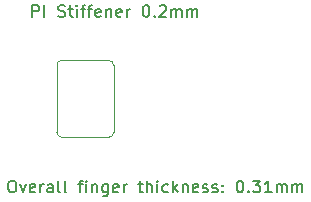
<source format=gbr>
%TF.GenerationSoftware,KiCad,Pcbnew,8.0.4*%
%TF.CreationDate,2024-07-27T12:21:03+02:00*%
%TF.ProjectId,PA3194G822_R04,50413331-3934-4473-9832-325f5230342e,4*%
%TF.SameCoordinates,Original*%
%TF.FileFunction,Other,User*%
%FSLAX46Y46*%
G04 Gerber Fmt 4.6, Leading zero omitted, Abs format (unit mm)*
G04 Created by KiCad (PCBNEW 8.0.4) date 2024-07-27 12:21:03*
%MOMM*%
%LPD*%
G01*
G04 APERTURE LIST*
%ADD10C,0.050000*%
%ADD11C,0.150000*%
G04 APERTURE END LIST*
D10*
X144600000Y-96750000D02*
X140600000Y-96750000D01*
X145000000Y-102850000D02*
G75*
G02*
X144600000Y-103250000I-399993J-7D01*
G01*
X145000000Y-97150000D02*
X145000000Y-102850000D01*
X140600000Y-103250000D02*
G75*
G02*
X140200014Y-102850000I7J399993D01*
G01*
X140200000Y-97150000D02*
G75*
G02*
X140600000Y-96750000I400007J-7D01*
G01*
X144600000Y-96750000D02*
G75*
G02*
X145000014Y-97150000I7J-400007D01*
G01*
X140600000Y-103250000D02*
X144600000Y-103250000D01*
X140200000Y-102850000D02*
X140200000Y-97150000D01*
D11*
X136327255Y-106919819D02*
X136517731Y-106919819D01*
X136517731Y-106919819D02*
X136612969Y-106967438D01*
X136612969Y-106967438D02*
X136708207Y-107062676D01*
X136708207Y-107062676D02*
X136755826Y-107253152D01*
X136755826Y-107253152D02*
X136755826Y-107586485D01*
X136755826Y-107586485D02*
X136708207Y-107776961D01*
X136708207Y-107776961D02*
X136612969Y-107872200D01*
X136612969Y-107872200D02*
X136517731Y-107919819D01*
X136517731Y-107919819D02*
X136327255Y-107919819D01*
X136327255Y-107919819D02*
X136232017Y-107872200D01*
X136232017Y-107872200D02*
X136136779Y-107776961D01*
X136136779Y-107776961D02*
X136089160Y-107586485D01*
X136089160Y-107586485D02*
X136089160Y-107253152D01*
X136089160Y-107253152D02*
X136136779Y-107062676D01*
X136136779Y-107062676D02*
X136232017Y-106967438D01*
X136232017Y-106967438D02*
X136327255Y-106919819D01*
X137089160Y-107253152D02*
X137327255Y-107919819D01*
X137327255Y-107919819D02*
X137565350Y-107253152D01*
X138327255Y-107872200D02*
X138232017Y-107919819D01*
X138232017Y-107919819D02*
X138041541Y-107919819D01*
X138041541Y-107919819D02*
X137946303Y-107872200D01*
X137946303Y-107872200D02*
X137898684Y-107776961D01*
X137898684Y-107776961D02*
X137898684Y-107396009D01*
X137898684Y-107396009D02*
X137946303Y-107300771D01*
X137946303Y-107300771D02*
X138041541Y-107253152D01*
X138041541Y-107253152D02*
X138232017Y-107253152D01*
X138232017Y-107253152D02*
X138327255Y-107300771D01*
X138327255Y-107300771D02*
X138374874Y-107396009D01*
X138374874Y-107396009D02*
X138374874Y-107491247D01*
X138374874Y-107491247D02*
X137898684Y-107586485D01*
X138803446Y-107919819D02*
X138803446Y-107253152D01*
X138803446Y-107443628D02*
X138851065Y-107348390D01*
X138851065Y-107348390D02*
X138898684Y-107300771D01*
X138898684Y-107300771D02*
X138993922Y-107253152D01*
X138993922Y-107253152D02*
X139089160Y-107253152D01*
X139851065Y-107919819D02*
X139851065Y-107396009D01*
X139851065Y-107396009D02*
X139803446Y-107300771D01*
X139803446Y-107300771D02*
X139708208Y-107253152D01*
X139708208Y-107253152D02*
X139517732Y-107253152D01*
X139517732Y-107253152D02*
X139422494Y-107300771D01*
X139851065Y-107872200D02*
X139755827Y-107919819D01*
X139755827Y-107919819D02*
X139517732Y-107919819D01*
X139517732Y-107919819D02*
X139422494Y-107872200D01*
X139422494Y-107872200D02*
X139374875Y-107776961D01*
X139374875Y-107776961D02*
X139374875Y-107681723D01*
X139374875Y-107681723D02*
X139422494Y-107586485D01*
X139422494Y-107586485D02*
X139517732Y-107538866D01*
X139517732Y-107538866D02*
X139755827Y-107538866D01*
X139755827Y-107538866D02*
X139851065Y-107491247D01*
X140470113Y-107919819D02*
X140374875Y-107872200D01*
X140374875Y-107872200D02*
X140327256Y-107776961D01*
X140327256Y-107776961D02*
X140327256Y-106919819D01*
X140993923Y-107919819D02*
X140898685Y-107872200D01*
X140898685Y-107872200D02*
X140851066Y-107776961D01*
X140851066Y-107776961D02*
X140851066Y-106919819D01*
X141993924Y-107253152D02*
X142374876Y-107253152D01*
X142136781Y-107919819D02*
X142136781Y-107062676D01*
X142136781Y-107062676D02*
X142184400Y-106967438D01*
X142184400Y-106967438D02*
X142279638Y-106919819D01*
X142279638Y-106919819D02*
X142374876Y-106919819D01*
X142708210Y-107919819D02*
X142708210Y-107253152D01*
X142708210Y-106919819D02*
X142660591Y-106967438D01*
X142660591Y-106967438D02*
X142708210Y-107015057D01*
X142708210Y-107015057D02*
X142755829Y-106967438D01*
X142755829Y-106967438D02*
X142708210Y-106919819D01*
X142708210Y-106919819D02*
X142708210Y-107015057D01*
X143184400Y-107253152D02*
X143184400Y-107919819D01*
X143184400Y-107348390D02*
X143232019Y-107300771D01*
X143232019Y-107300771D02*
X143327257Y-107253152D01*
X143327257Y-107253152D02*
X143470114Y-107253152D01*
X143470114Y-107253152D02*
X143565352Y-107300771D01*
X143565352Y-107300771D02*
X143612971Y-107396009D01*
X143612971Y-107396009D02*
X143612971Y-107919819D01*
X144517733Y-107253152D02*
X144517733Y-108062676D01*
X144517733Y-108062676D02*
X144470114Y-108157914D01*
X144470114Y-108157914D02*
X144422495Y-108205533D01*
X144422495Y-108205533D02*
X144327257Y-108253152D01*
X144327257Y-108253152D02*
X144184400Y-108253152D01*
X144184400Y-108253152D02*
X144089162Y-108205533D01*
X144517733Y-107872200D02*
X144422495Y-107919819D01*
X144422495Y-107919819D02*
X144232019Y-107919819D01*
X144232019Y-107919819D02*
X144136781Y-107872200D01*
X144136781Y-107872200D02*
X144089162Y-107824580D01*
X144089162Y-107824580D02*
X144041543Y-107729342D01*
X144041543Y-107729342D02*
X144041543Y-107443628D01*
X144041543Y-107443628D02*
X144089162Y-107348390D01*
X144089162Y-107348390D02*
X144136781Y-107300771D01*
X144136781Y-107300771D02*
X144232019Y-107253152D01*
X144232019Y-107253152D02*
X144422495Y-107253152D01*
X144422495Y-107253152D02*
X144517733Y-107300771D01*
X145374876Y-107872200D02*
X145279638Y-107919819D01*
X145279638Y-107919819D02*
X145089162Y-107919819D01*
X145089162Y-107919819D02*
X144993924Y-107872200D01*
X144993924Y-107872200D02*
X144946305Y-107776961D01*
X144946305Y-107776961D02*
X144946305Y-107396009D01*
X144946305Y-107396009D02*
X144993924Y-107300771D01*
X144993924Y-107300771D02*
X145089162Y-107253152D01*
X145089162Y-107253152D02*
X145279638Y-107253152D01*
X145279638Y-107253152D02*
X145374876Y-107300771D01*
X145374876Y-107300771D02*
X145422495Y-107396009D01*
X145422495Y-107396009D02*
X145422495Y-107491247D01*
X145422495Y-107491247D02*
X144946305Y-107586485D01*
X145851067Y-107919819D02*
X145851067Y-107253152D01*
X145851067Y-107443628D02*
X145898686Y-107348390D01*
X145898686Y-107348390D02*
X145946305Y-107300771D01*
X145946305Y-107300771D02*
X146041543Y-107253152D01*
X146041543Y-107253152D02*
X146136781Y-107253152D01*
X147089163Y-107253152D02*
X147470115Y-107253152D01*
X147232020Y-106919819D02*
X147232020Y-107776961D01*
X147232020Y-107776961D02*
X147279639Y-107872200D01*
X147279639Y-107872200D02*
X147374877Y-107919819D01*
X147374877Y-107919819D02*
X147470115Y-107919819D01*
X147803449Y-107919819D02*
X147803449Y-106919819D01*
X148232020Y-107919819D02*
X148232020Y-107396009D01*
X148232020Y-107396009D02*
X148184401Y-107300771D01*
X148184401Y-107300771D02*
X148089163Y-107253152D01*
X148089163Y-107253152D02*
X147946306Y-107253152D01*
X147946306Y-107253152D02*
X147851068Y-107300771D01*
X147851068Y-107300771D02*
X147803449Y-107348390D01*
X148708211Y-107919819D02*
X148708211Y-107253152D01*
X148708211Y-106919819D02*
X148660592Y-106967438D01*
X148660592Y-106967438D02*
X148708211Y-107015057D01*
X148708211Y-107015057D02*
X148755830Y-106967438D01*
X148755830Y-106967438D02*
X148708211Y-106919819D01*
X148708211Y-106919819D02*
X148708211Y-107015057D01*
X149612972Y-107872200D02*
X149517734Y-107919819D01*
X149517734Y-107919819D02*
X149327258Y-107919819D01*
X149327258Y-107919819D02*
X149232020Y-107872200D01*
X149232020Y-107872200D02*
X149184401Y-107824580D01*
X149184401Y-107824580D02*
X149136782Y-107729342D01*
X149136782Y-107729342D02*
X149136782Y-107443628D01*
X149136782Y-107443628D02*
X149184401Y-107348390D01*
X149184401Y-107348390D02*
X149232020Y-107300771D01*
X149232020Y-107300771D02*
X149327258Y-107253152D01*
X149327258Y-107253152D02*
X149517734Y-107253152D01*
X149517734Y-107253152D02*
X149612972Y-107300771D01*
X150041544Y-107919819D02*
X150041544Y-106919819D01*
X150136782Y-107538866D02*
X150422496Y-107919819D01*
X150422496Y-107253152D02*
X150041544Y-107634104D01*
X150851068Y-107253152D02*
X150851068Y-107919819D01*
X150851068Y-107348390D02*
X150898687Y-107300771D01*
X150898687Y-107300771D02*
X150993925Y-107253152D01*
X150993925Y-107253152D02*
X151136782Y-107253152D01*
X151136782Y-107253152D02*
X151232020Y-107300771D01*
X151232020Y-107300771D02*
X151279639Y-107396009D01*
X151279639Y-107396009D02*
X151279639Y-107919819D01*
X152136782Y-107872200D02*
X152041544Y-107919819D01*
X152041544Y-107919819D02*
X151851068Y-107919819D01*
X151851068Y-107919819D02*
X151755830Y-107872200D01*
X151755830Y-107872200D02*
X151708211Y-107776961D01*
X151708211Y-107776961D02*
X151708211Y-107396009D01*
X151708211Y-107396009D02*
X151755830Y-107300771D01*
X151755830Y-107300771D02*
X151851068Y-107253152D01*
X151851068Y-107253152D02*
X152041544Y-107253152D01*
X152041544Y-107253152D02*
X152136782Y-107300771D01*
X152136782Y-107300771D02*
X152184401Y-107396009D01*
X152184401Y-107396009D02*
X152184401Y-107491247D01*
X152184401Y-107491247D02*
X151708211Y-107586485D01*
X152565354Y-107872200D02*
X152660592Y-107919819D01*
X152660592Y-107919819D02*
X152851068Y-107919819D01*
X152851068Y-107919819D02*
X152946306Y-107872200D01*
X152946306Y-107872200D02*
X152993925Y-107776961D01*
X152993925Y-107776961D02*
X152993925Y-107729342D01*
X152993925Y-107729342D02*
X152946306Y-107634104D01*
X152946306Y-107634104D02*
X152851068Y-107586485D01*
X152851068Y-107586485D02*
X152708211Y-107586485D01*
X152708211Y-107586485D02*
X152612973Y-107538866D01*
X152612973Y-107538866D02*
X152565354Y-107443628D01*
X152565354Y-107443628D02*
X152565354Y-107396009D01*
X152565354Y-107396009D02*
X152612973Y-107300771D01*
X152612973Y-107300771D02*
X152708211Y-107253152D01*
X152708211Y-107253152D02*
X152851068Y-107253152D01*
X152851068Y-107253152D02*
X152946306Y-107300771D01*
X153374878Y-107872200D02*
X153470116Y-107919819D01*
X153470116Y-107919819D02*
X153660592Y-107919819D01*
X153660592Y-107919819D02*
X153755830Y-107872200D01*
X153755830Y-107872200D02*
X153803449Y-107776961D01*
X153803449Y-107776961D02*
X153803449Y-107729342D01*
X153803449Y-107729342D02*
X153755830Y-107634104D01*
X153755830Y-107634104D02*
X153660592Y-107586485D01*
X153660592Y-107586485D02*
X153517735Y-107586485D01*
X153517735Y-107586485D02*
X153422497Y-107538866D01*
X153422497Y-107538866D02*
X153374878Y-107443628D01*
X153374878Y-107443628D02*
X153374878Y-107396009D01*
X153374878Y-107396009D02*
X153422497Y-107300771D01*
X153422497Y-107300771D02*
X153517735Y-107253152D01*
X153517735Y-107253152D02*
X153660592Y-107253152D01*
X153660592Y-107253152D02*
X153755830Y-107300771D01*
X154232021Y-107824580D02*
X154279640Y-107872200D01*
X154279640Y-107872200D02*
X154232021Y-107919819D01*
X154232021Y-107919819D02*
X154184402Y-107872200D01*
X154184402Y-107872200D02*
X154232021Y-107824580D01*
X154232021Y-107824580D02*
X154232021Y-107919819D01*
X154232021Y-107300771D02*
X154279640Y-107348390D01*
X154279640Y-107348390D02*
X154232021Y-107396009D01*
X154232021Y-107396009D02*
X154184402Y-107348390D01*
X154184402Y-107348390D02*
X154232021Y-107300771D01*
X154232021Y-107300771D02*
X154232021Y-107396009D01*
X155660592Y-106919819D02*
X155755830Y-106919819D01*
X155755830Y-106919819D02*
X155851068Y-106967438D01*
X155851068Y-106967438D02*
X155898687Y-107015057D01*
X155898687Y-107015057D02*
X155946306Y-107110295D01*
X155946306Y-107110295D02*
X155993925Y-107300771D01*
X155993925Y-107300771D02*
X155993925Y-107538866D01*
X155993925Y-107538866D02*
X155946306Y-107729342D01*
X155946306Y-107729342D02*
X155898687Y-107824580D01*
X155898687Y-107824580D02*
X155851068Y-107872200D01*
X155851068Y-107872200D02*
X155755830Y-107919819D01*
X155755830Y-107919819D02*
X155660592Y-107919819D01*
X155660592Y-107919819D02*
X155565354Y-107872200D01*
X155565354Y-107872200D02*
X155517735Y-107824580D01*
X155517735Y-107824580D02*
X155470116Y-107729342D01*
X155470116Y-107729342D02*
X155422497Y-107538866D01*
X155422497Y-107538866D02*
X155422497Y-107300771D01*
X155422497Y-107300771D02*
X155470116Y-107110295D01*
X155470116Y-107110295D02*
X155517735Y-107015057D01*
X155517735Y-107015057D02*
X155565354Y-106967438D01*
X155565354Y-106967438D02*
X155660592Y-106919819D01*
X156422497Y-107824580D02*
X156470116Y-107872200D01*
X156470116Y-107872200D02*
X156422497Y-107919819D01*
X156422497Y-107919819D02*
X156374878Y-107872200D01*
X156374878Y-107872200D02*
X156422497Y-107824580D01*
X156422497Y-107824580D02*
X156422497Y-107919819D01*
X156803449Y-106919819D02*
X157422496Y-106919819D01*
X157422496Y-106919819D02*
X157089163Y-107300771D01*
X157089163Y-107300771D02*
X157232020Y-107300771D01*
X157232020Y-107300771D02*
X157327258Y-107348390D01*
X157327258Y-107348390D02*
X157374877Y-107396009D01*
X157374877Y-107396009D02*
X157422496Y-107491247D01*
X157422496Y-107491247D02*
X157422496Y-107729342D01*
X157422496Y-107729342D02*
X157374877Y-107824580D01*
X157374877Y-107824580D02*
X157327258Y-107872200D01*
X157327258Y-107872200D02*
X157232020Y-107919819D01*
X157232020Y-107919819D02*
X156946306Y-107919819D01*
X156946306Y-107919819D02*
X156851068Y-107872200D01*
X156851068Y-107872200D02*
X156803449Y-107824580D01*
X158374877Y-107919819D02*
X157803449Y-107919819D01*
X158089163Y-107919819D02*
X158089163Y-106919819D01*
X158089163Y-106919819D02*
X157993925Y-107062676D01*
X157993925Y-107062676D02*
X157898687Y-107157914D01*
X157898687Y-107157914D02*
X157803449Y-107205533D01*
X158803449Y-107919819D02*
X158803449Y-107253152D01*
X158803449Y-107348390D02*
X158851068Y-107300771D01*
X158851068Y-107300771D02*
X158946306Y-107253152D01*
X158946306Y-107253152D02*
X159089163Y-107253152D01*
X159089163Y-107253152D02*
X159184401Y-107300771D01*
X159184401Y-107300771D02*
X159232020Y-107396009D01*
X159232020Y-107396009D02*
X159232020Y-107919819D01*
X159232020Y-107396009D02*
X159279639Y-107300771D01*
X159279639Y-107300771D02*
X159374877Y-107253152D01*
X159374877Y-107253152D02*
X159517734Y-107253152D01*
X159517734Y-107253152D02*
X159612973Y-107300771D01*
X159612973Y-107300771D02*
X159660592Y-107396009D01*
X159660592Y-107396009D02*
X159660592Y-107919819D01*
X160136782Y-107919819D02*
X160136782Y-107253152D01*
X160136782Y-107348390D02*
X160184401Y-107300771D01*
X160184401Y-107300771D02*
X160279639Y-107253152D01*
X160279639Y-107253152D02*
X160422496Y-107253152D01*
X160422496Y-107253152D02*
X160517734Y-107300771D01*
X160517734Y-107300771D02*
X160565353Y-107396009D01*
X160565353Y-107396009D02*
X160565353Y-107919819D01*
X160565353Y-107396009D02*
X160612972Y-107300771D01*
X160612972Y-107300771D02*
X160708210Y-107253152D01*
X160708210Y-107253152D02*
X160851067Y-107253152D01*
X160851067Y-107253152D02*
X160946306Y-107300771D01*
X160946306Y-107300771D02*
X160993925Y-107396009D01*
X160993925Y-107396009D02*
X160993925Y-107919819D01*
X138136779Y-93069819D02*
X138136779Y-92069819D01*
X138136779Y-92069819D02*
X138517731Y-92069819D01*
X138517731Y-92069819D02*
X138612969Y-92117438D01*
X138612969Y-92117438D02*
X138660588Y-92165057D01*
X138660588Y-92165057D02*
X138708207Y-92260295D01*
X138708207Y-92260295D02*
X138708207Y-92403152D01*
X138708207Y-92403152D02*
X138660588Y-92498390D01*
X138660588Y-92498390D02*
X138612969Y-92546009D01*
X138612969Y-92546009D02*
X138517731Y-92593628D01*
X138517731Y-92593628D02*
X138136779Y-92593628D01*
X139136779Y-93069819D02*
X139136779Y-92069819D01*
X140327255Y-93022200D02*
X140470112Y-93069819D01*
X140470112Y-93069819D02*
X140708207Y-93069819D01*
X140708207Y-93069819D02*
X140803445Y-93022200D01*
X140803445Y-93022200D02*
X140851064Y-92974580D01*
X140851064Y-92974580D02*
X140898683Y-92879342D01*
X140898683Y-92879342D02*
X140898683Y-92784104D01*
X140898683Y-92784104D02*
X140851064Y-92688866D01*
X140851064Y-92688866D02*
X140803445Y-92641247D01*
X140803445Y-92641247D02*
X140708207Y-92593628D01*
X140708207Y-92593628D02*
X140517731Y-92546009D01*
X140517731Y-92546009D02*
X140422493Y-92498390D01*
X140422493Y-92498390D02*
X140374874Y-92450771D01*
X140374874Y-92450771D02*
X140327255Y-92355533D01*
X140327255Y-92355533D02*
X140327255Y-92260295D01*
X140327255Y-92260295D02*
X140374874Y-92165057D01*
X140374874Y-92165057D02*
X140422493Y-92117438D01*
X140422493Y-92117438D02*
X140517731Y-92069819D01*
X140517731Y-92069819D02*
X140755826Y-92069819D01*
X140755826Y-92069819D02*
X140898683Y-92117438D01*
X141184398Y-92403152D02*
X141565350Y-92403152D01*
X141327255Y-92069819D02*
X141327255Y-92926961D01*
X141327255Y-92926961D02*
X141374874Y-93022200D01*
X141374874Y-93022200D02*
X141470112Y-93069819D01*
X141470112Y-93069819D02*
X141565350Y-93069819D01*
X141898684Y-93069819D02*
X141898684Y-92403152D01*
X141898684Y-92069819D02*
X141851065Y-92117438D01*
X141851065Y-92117438D02*
X141898684Y-92165057D01*
X141898684Y-92165057D02*
X141946303Y-92117438D01*
X141946303Y-92117438D02*
X141898684Y-92069819D01*
X141898684Y-92069819D02*
X141898684Y-92165057D01*
X142232017Y-92403152D02*
X142612969Y-92403152D01*
X142374874Y-93069819D02*
X142374874Y-92212676D01*
X142374874Y-92212676D02*
X142422493Y-92117438D01*
X142422493Y-92117438D02*
X142517731Y-92069819D01*
X142517731Y-92069819D02*
X142612969Y-92069819D01*
X142803446Y-92403152D02*
X143184398Y-92403152D01*
X142946303Y-93069819D02*
X142946303Y-92212676D01*
X142946303Y-92212676D02*
X142993922Y-92117438D01*
X142993922Y-92117438D02*
X143089160Y-92069819D01*
X143089160Y-92069819D02*
X143184398Y-92069819D01*
X143898684Y-93022200D02*
X143803446Y-93069819D01*
X143803446Y-93069819D02*
X143612970Y-93069819D01*
X143612970Y-93069819D02*
X143517732Y-93022200D01*
X143517732Y-93022200D02*
X143470113Y-92926961D01*
X143470113Y-92926961D02*
X143470113Y-92546009D01*
X143470113Y-92546009D02*
X143517732Y-92450771D01*
X143517732Y-92450771D02*
X143612970Y-92403152D01*
X143612970Y-92403152D02*
X143803446Y-92403152D01*
X143803446Y-92403152D02*
X143898684Y-92450771D01*
X143898684Y-92450771D02*
X143946303Y-92546009D01*
X143946303Y-92546009D02*
X143946303Y-92641247D01*
X143946303Y-92641247D02*
X143470113Y-92736485D01*
X144374875Y-92403152D02*
X144374875Y-93069819D01*
X144374875Y-92498390D02*
X144422494Y-92450771D01*
X144422494Y-92450771D02*
X144517732Y-92403152D01*
X144517732Y-92403152D02*
X144660589Y-92403152D01*
X144660589Y-92403152D02*
X144755827Y-92450771D01*
X144755827Y-92450771D02*
X144803446Y-92546009D01*
X144803446Y-92546009D02*
X144803446Y-93069819D01*
X145660589Y-93022200D02*
X145565351Y-93069819D01*
X145565351Y-93069819D02*
X145374875Y-93069819D01*
X145374875Y-93069819D02*
X145279637Y-93022200D01*
X145279637Y-93022200D02*
X145232018Y-92926961D01*
X145232018Y-92926961D02*
X145232018Y-92546009D01*
X145232018Y-92546009D02*
X145279637Y-92450771D01*
X145279637Y-92450771D02*
X145374875Y-92403152D01*
X145374875Y-92403152D02*
X145565351Y-92403152D01*
X145565351Y-92403152D02*
X145660589Y-92450771D01*
X145660589Y-92450771D02*
X145708208Y-92546009D01*
X145708208Y-92546009D02*
X145708208Y-92641247D01*
X145708208Y-92641247D02*
X145232018Y-92736485D01*
X146136780Y-93069819D02*
X146136780Y-92403152D01*
X146136780Y-92593628D02*
X146184399Y-92498390D01*
X146184399Y-92498390D02*
X146232018Y-92450771D01*
X146232018Y-92450771D02*
X146327256Y-92403152D01*
X146327256Y-92403152D02*
X146422494Y-92403152D01*
X147708209Y-92069819D02*
X147803447Y-92069819D01*
X147803447Y-92069819D02*
X147898685Y-92117438D01*
X147898685Y-92117438D02*
X147946304Y-92165057D01*
X147946304Y-92165057D02*
X147993923Y-92260295D01*
X147993923Y-92260295D02*
X148041542Y-92450771D01*
X148041542Y-92450771D02*
X148041542Y-92688866D01*
X148041542Y-92688866D02*
X147993923Y-92879342D01*
X147993923Y-92879342D02*
X147946304Y-92974580D01*
X147946304Y-92974580D02*
X147898685Y-93022200D01*
X147898685Y-93022200D02*
X147803447Y-93069819D01*
X147803447Y-93069819D02*
X147708209Y-93069819D01*
X147708209Y-93069819D02*
X147612971Y-93022200D01*
X147612971Y-93022200D02*
X147565352Y-92974580D01*
X147565352Y-92974580D02*
X147517733Y-92879342D01*
X147517733Y-92879342D02*
X147470114Y-92688866D01*
X147470114Y-92688866D02*
X147470114Y-92450771D01*
X147470114Y-92450771D02*
X147517733Y-92260295D01*
X147517733Y-92260295D02*
X147565352Y-92165057D01*
X147565352Y-92165057D02*
X147612971Y-92117438D01*
X147612971Y-92117438D02*
X147708209Y-92069819D01*
X148470114Y-92974580D02*
X148517733Y-93022200D01*
X148517733Y-93022200D02*
X148470114Y-93069819D01*
X148470114Y-93069819D02*
X148422495Y-93022200D01*
X148422495Y-93022200D02*
X148470114Y-92974580D01*
X148470114Y-92974580D02*
X148470114Y-93069819D01*
X148898685Y-92165057D02*
X148946304Y-92117438D01*
X148946304Y-92117438D02*
X149041542Y-92069819D01*
X149041542Y-92069819D02*
X149279637Y-92069819D01*
X149279637Y-92069819D02*
X149374875Y-92117438D01*
X149374875Y-92117438D02*
X149422494Y-92165057D01*
X149422494Y-92165057D02*
X149470113Y-92260295D01*
X149470113Y-92260295D02*
X149470113Y-92355533D01*
X149470113Y-92355533D02*
X149422494Y-92498390D01*
X149422494Y-92498390D02*
X148851066Y-93069819D01*
X148851066Y-93069819D02*
X149470113Y-93069819D01*
X149898685Y-93069819D02*
X149898685Y-92403152D01*
X149898685Y-92498390D02*
X149946304Y-92450771D01*
X149946304Y-92450771D02*
X150041542Y-92403152D01*
X150041542Y-92403152D02*
X150184399Y-92403152D01*
X150184399Y-92403152D02*
X150279637Y-92450771D01*
X150279637Y-92450771D02*
X150327256Y-92546009D01*
X150327256Y-92546009D02*
X150327256Y-93069819D01*
X150327256Y-92546009D02*
X150374875Y-92450771D01*
X150374875Y-92450771D02*
X150470113Y-92403152D01*
X150470113Y-92403152D02*
X150612970Y-92403152D01*
X150612970Y-92403152D02*
X150708209Y-92450771D01*
X150708209Y-92450771D02*
X150755828Y-92546009D01*
X150755828Y-92546009D02*
X150755828Y-93069819D01*
X151232018Y-93069819D02*
X151232018Y-92403152D01*
X151232018Y-92498390D02*
X151279637Y-92450771D01*
X151279637Y-92450771D02*
X151374875Y-92403152D01*
X151374875Y-92403152D02*
X151517732Y-92403152D01*
X151517732Y-92403152D02*
X151612970Y-92450771D01*
X151612970Y-92450771D02*
X151660589Y-92546009D01*
X151660589Y-92546009D02*
X151660589Y-93069819D01*
X151660589Y-92546009D02*
X151708208Y-92450771D01*
X151708208Y-92450771D02*
X151803446Y-92403152D01*
X151803446Y-92403152D02*
X151946303Y-92403152D01*
X151946303Y-92403152D02*
X152041542Y-92450771D01*
X152041542Y-92450771D02*
X152089161Y-92546009D01*
X152089161Y-92546009D02*
X152089161Y-93069819D01*
M02*

</source>
